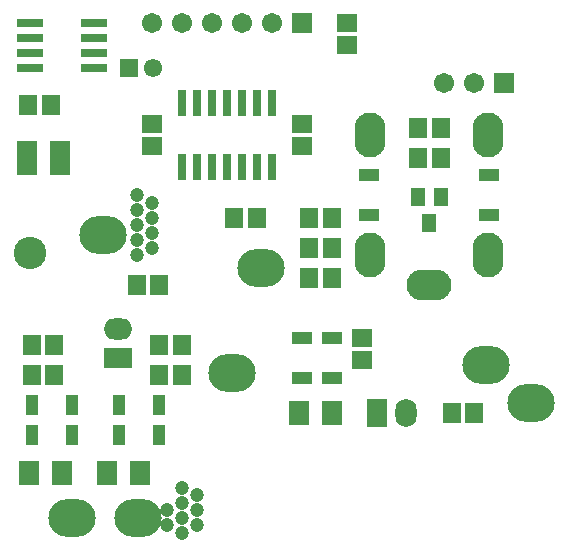
<source format=gts>
G04 DipTrace 3.2.0.1*
G04 Speed-SensitiveWiperSwitchReplacement-Rev03(NoUnmaskedTraces)-TopMask.gts*
%MOIN*%
G04 #@! TF.FileFunction,Soldermask,Top*
G04 #@! TF.Part,Single*
%ADD47C,0.108*%
%ADD52C,0.04737*%
%ADD56O,0.070992X0.094614*%
%ADD58R,0.070992X0.094614*%
%ADD60R,0.031622X0.08674*%
%ADD62R,0.08674X0.031622*%
%ADD64R,0.070992X0.078866*%
%ADD66R,0.04737X0.063118*%
%ADD68O,0.102488X0.149732*%
%ADD70O,0.149732X0.102488*%
%ADD72C,0.067055*%
%ADD74R,0.067055X0.067055*%
%ADD76O,0.094614X0.070992*%
%ADD78R,0.094614X0.070992*%
%ADD80R,0.039496X0.070992*%
%ADD82R,0.070992X0.039496*%
%ADD84R,0.067055X0.059181*%
%ADD86C,0.06115*%
%ADD88R,0.06115X0.06115*%
%ADD90R,0.070992X0.114299*%
%ADD92R,0.059181X0.067055*%
%ADD94O,0.157606X0.12611*%
%FSLAX26Y26*%
G04*
G70*
G90*
G75*
G01*
G04 TopMask*
%LPD*%
D52*
X475000Y1175000D3*
Y1125000D3*
Y1025000D3*
Y1075000D3*
Y975000D3*
X525000Y1000000D3*
Y1100000D3*
Y1050000D3*
Y1150000D3*
X675000Y75000D3*
X625000Y100000D3*
Y50000D3*
Y150000D3*
Y200000D3*
X675000Y125000D3*
X575000D3*
Y75000D3*
X675000Y175000D3*
D94*
X480315Y98425D3*
D92*
X187402Y1475000D3*
X112598D3*
D90*
X217618Y1300000D3*
X107382D3*
D88*
X450000Y1600000D3*
D86*
X528740D3*
D84*
X525000Y1337598D3*
Y1412402D3*
X1025000D3*
Y1337598D3*
X1225000Y700000D3*
Y625197D3*
D92*
X125000Y575000D3*
X199803D3*
X550000D3*
X624803D3*
X1125000Y900000D3*
X1050197D3*
D82*
X1650000Y1108071D3*
Y1241929D3*
D80*
X125000Y475000D3*
X258858D3*
D82*
X1125000Y700000D3*
Y566142D3*
X1025000Y700000D3*
Y566142D3*
D80*
X125000Y375000D3*
X258858D3*
X550000Y475000D3*
X416142D3*
X550000Y375000D3*
X416142D3*
D82*
X1250000Y1108071D3*
Y1241929D3*
D94*
X1787402Y482283D3*
D47*
X118000Y984000D3*
D94*
X791339Y582677D3*
X889764Y933071D3*
D78*
X413386Y631890D3*
D76*
Y730315D3*
D74*
X1025000Y1750000D3*
D72*
X925000D3*
X825000D3*
X725000D3*
X625000D3*
X525000D3*
D74*
X1700000Y1550000D3*
D72*
X1600000D3*
X1500000D3*
D70*
X1450000Y875787D3*
D68*
X1253150Y974213D3*
X1646850D3*
X1253150Y1375787D3*
X1646850D3*
D94*
X1637795Y610236D3*
X362205Y1043307D3*
D66*
X1487400Y1168307D3*
X1412597D3*
X1449999Y1081693D3*
D92*
X1412598Y1400000D3*
X1487402D3*
X125000Y675000D3*
X199803D3*
D84*
X1175000Y1750000D3*
Y1675197D3*
D92*
X550000Y875000D3*
X475197D3*
D64*
X1125000Y450000D3*
X1014764D3*
X225000Y250000D3*
X114764D3*
D92*
X550000Y675000D3*
X624803D3*
D64*
X375000Y250000D3*
X485236D3*
D92*
X1050000Y1100000D3*
X1124803D3*
X1050000Y1000000D3*
X1124803D3*
X1487402Y1300000D3*
X1412598D3*
X875000Y1100000D3*
X800197D3*
X1525000Y450000D3*
X1599803D3*
D62*
X331299Y1600000D3*
Y1650000D3*
Y1700000D3*
Y1750000D3*
X118701D3*
Y1700000D3*
Y1650000D3*
Y1600000D3*
D60*
X625000Y1268701D3*
X675000D3*
X725000D3*
X775000D3*
X825000D3*
X875000D3*
X925000D3*
Y1481299D3*
X875000D3*
X825000D3*
X775000D3*
X725000D3*
X675000D3*
X625000D3*
D58*
X1275000Y450000D3*
D56*
X1373425D3*
D94*
X259843Y98425D3*
M02*

</source>
